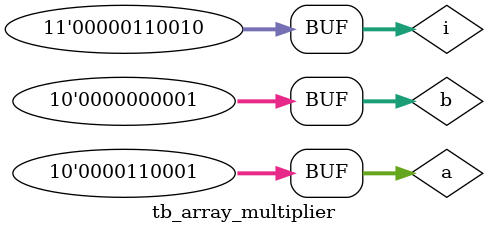
<source format=v>
`define MULTIPLIER_SIZE	10
`define MAX_MULTIPLICANT 50
`define CLK_C	1
`define CLK_P	(`CLK_C*2)

`timescale 1ns / 1ns

module tb_array_multiplier();
	reg [`MULTIPLIER_SIZE-1:0] a, b;
	wire [`MULTIPLIER_SIZE*2-1:0] r;
	
	array_multiplier #(.SIZE(`MULTIPLIER_SIZE)) am (.i_A(a), .i_B(b), .o_R(r));	
	reg [10:0] i;
	
		
	initial
	begin
		a = 0; b = `MAX_MULTIPLICANT;
		for (i = 0; i < `MAX_MULTIPLICANT; i=i+1)
		begin
			#`CLK_P a = i; b = `MAX_MULTIPLICANT - i;
		end
	end
	
	initial begin
		$display("A		B		R");
		$monitor("%d	%d	%d", a, b, r);
	end
		
endmodule
</source>
